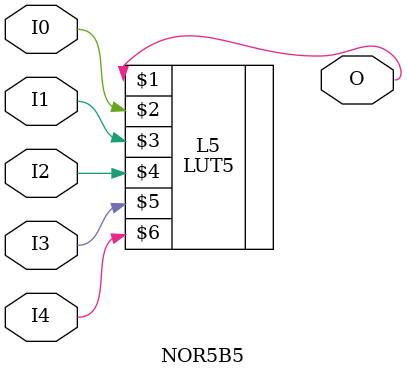
<source format=v>


`timescale  1 ps / 1 ps


module NOR5B5 (O, I0, I1, I2, I3, I4);

    output O;

    input  I0, I1, I2, I3, I4;

    LUT5 #(.INIT(32'h80000000)) L5 (O, I0, I1, I2, I3, I4);

endmodule

</source>
